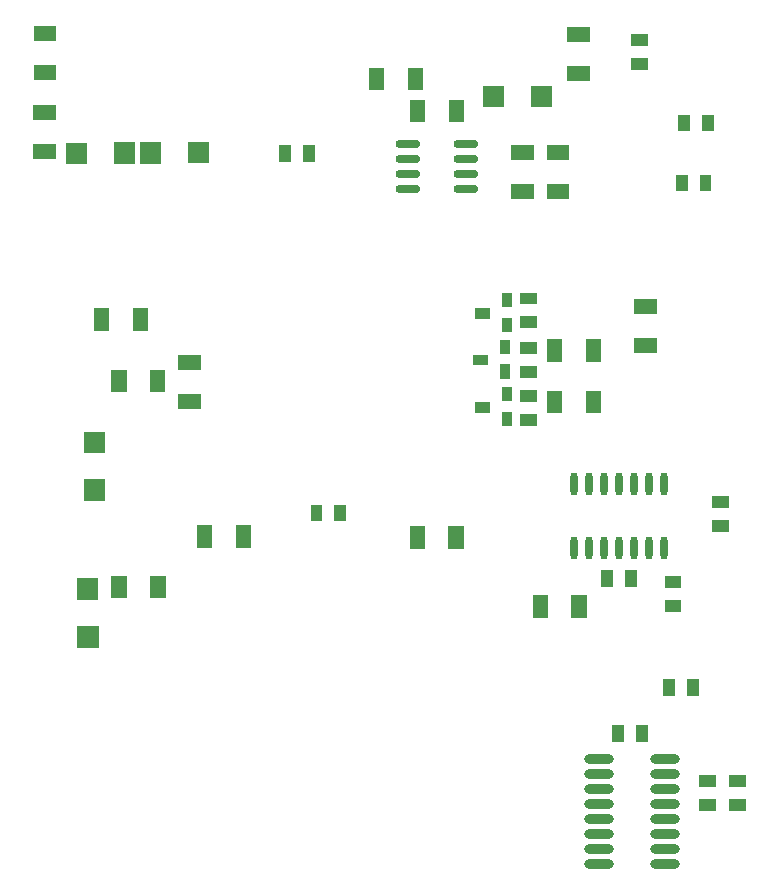
<source format=gbp>
G04 Layer: BottomPasteMaskLayer*
G04 EasyEDA Pro v1.8.39.fb3963, 2022-10-20 14:29:14*
G04 Gerber Generator version 0.3*
G04 Scale: 100 percent, Rotated: No, Reflected: No*
G04 Dimensions in millimeters*
G04 Leading zeros omitted, absolute positions, 4 integers and 2 decimals*
%FSLAX42Y42*%
%MOMM*%
%ADD10O,2.100001X0.700001*%
%ADD11O,2.5X0.800001*%
%ADD12O,0.594995X1.967509*%
G75*


G04 Pad Start*
G36*
G01X100413Y63833D02*
G01X100223Y63833D01*
G01Y63703D01*
G01X100413D01*
G01Y63833D01*
G37*
G36*
G01X100413Y64162D02*
G01X100223Y64162D01*
G01Y64032D01*
G01X100413D01*
G01Y64162D01*
G37*
G54D10*
G01X98874Y63168D03*
G01X98874Y63041D03*
G01X98874Y62914D03*
G01X98874Y62787D03*
G01X99363Y62787D03*
G01X99363Y62914D03*
G01X99363Y63041D03*
G01X99363Y63168D03*
G54D11*
G01X100491Y57075D03*
G01X100491Y57202D03*
G01X100491Y57329D03*
G01X100491Y57456D03*
G01X100491Y57583D03*
G01X100491Y57710D03*
G01X100491Y57837D03*
G01X100491Y57964D03*
G01X101053Y57964D03*
G01X101053Y57837D03*
G01X101053Y57710D03*
G01X101053Y57583D03*
G01X101053Y57456D03*
G01X101053Y57329D03*
G01X101053Y57202D03*
G01X101053Y57075D03*
G36*
G01X97121Y61056D02*
G01X96931Y61056D01*
G01Y60926D01*
G01X97121D01*
G01Y61056D01*
G37*
G36*
G01X97121Y61385D02*
G01X96931Y61385D01*
G01Y61255D01*
G01X97121D01*
G01Y61385D01*
G37*
G36*
G01X100981Y61532D02*
G01X100791Y61532D01*
G01Y61402D01*
G01X100981D01*
G01Y61532D01*
G37*
G36*
G01X100981Y61861D02*
G01X100791Y61861D01*
G01Y61731D01*
G01X100981D01*
G01Y61861D01*
G37*
G36*
G01X97415Y59942D02*
G01X97415Y59752D01*
G01X97545D01*
G01Y59942D01*
G01X97415D01*
G37*
G36*
G01X97086Y59942D02*
G01X97086Y59752D01*
G01X97216D01*
G01Y59942D01*
G01X97086D01*
G37*
G36*
G01X100904Y58251D02*
G01X100804Y58251D01*
G01Y58111D01*
G01X100904D01*
G01Y58251D01*
G37*
G36*
G01X100702Y58251D02*
G01X100602Y58251D01*
G01Y58111D01*
G01X100702D01*
G01Y58251D01*
G37*
G36*
G01X101334Y58640D02*
G01X101234Y58640D01*
G01Y58500D01*
G01X101334D01*
G01Y58640D01*
G37*
G36*
G01X101132Y58640D02*
G01X101032Y58640D01*
G01Y58500D01*
G01X101132D01*
G01Y58640D01*
G37*
G36*
G01X99674Y61114D02*
G01X99674Y60994D01*
G01X99759D01*
G01Y61114D01*
G01X99674D01*
G37*
G36*
G01X99674Y60904D02*
G01X99674Y60784D01*
G01X99759D01*
G01Y60904D01*
G01X99674D01*
G37*
G36*
G01X99442Y60985D02*
G01X99442Y60895D01*
G01X99572D01*
G01Y60985D01*
G01X99442D01*
G37*
G36*
G01X99656Y61516D02*
G01X99656Y61396D01*
G01X99741D01*
G01Y61516D01*
G01X99656D01*
G37*
G36*
G01X99656Y61306D02*
G01X99656Y61186D01*
G01X99741D01*
G01Y61306D01*
G01X99656D01*
G37*
G36*
G01X99425Y61387D02*
G01X99425Y61297D01*
G01X99555D01*
G01Y61387D01*
G01X99425D01*
G37*
G36*
G01X99670Y61909D02*
G01X99670Y61789D01*
G01X99755D01*
G01Y61909D01*
G01X99670D01*
G37*
G36*
G01X99670Y61699D02*
G01X99670Y61579D01*
G01X99755D01*
G01Y61699D01*
G01X99670D01*
G37*
G36*
G01X99438Y61780D02*
G01X99438Y61690D01*
G01X99568D01*
G01Y61780D01*
G01X99438D01*
G37*
G36*
G01X99826Y61087D02*
G01X99826Y60987D01*
G01X99966D01*
G01Y61087D01*
G01X99826D01*
G37*
G36*
G01X99826Y60885D02*
G01X99826Y60785D01*
G01X99966D01*
G01Y60885D01*
G01X99826D01*
G37*
G36*
G01X100241Y62833D02*
G01X100051Y62833D01*
G01Y62703D01*
G01X100241D01*
G01Y62833D01*
G37*
G36*
G01X100241Y63162D02*
G01X100051Y63162D01*
G01Y63032D01*
G01X100241D01*
G01Y63162D01*
G37*
G36*
G01X99940Y62833D02*
G01X99750Y62833D01*
G01Y62703D01*
G01X99940D01*
G01Y62833D01*
G37*
G36*
G01X99940Y63162D02*
G01X99750Y63162D01*
G01Y63032D01*
G01X99940D01*
G01Y63162D01*
G37*
G36*
G01X100381Y61517D02*
G01X100381Y61327D01*
G01X100511D01*
G01Y61517D01*
G01X100381D01*
G37*
G36*
G01X100052Y61517D02*
G01X100052Y61327D01*
G01X100182D01*
G01Y61517D01*
G01X100052D01*
G37*
G36*
G01X100381Y61080D02*
G01X100381Y60890D01*
G01X100511D01*
G01Y61080D01*
G01X100381D01*
G37*
G36*
G01X100052Y61080D02*
G01X100052Y60890D01*
G01X100182D01*
G01Y61080D01*
G01X100052D01*
G37*
G36*
G01X98085Y63159D02*
G01X97985Y63159D01*
G01Y63019D01*
G01X98085D01*
G01Y63159D01*
G37*
G36*
G01X97883Y63159D02*
G01X97783Y63159D01*
G01Y63019D01*
G01X97883D01*
G01Y63159D01*
G37*
G36*
G01X101443Y62913D02*
G01X101343Y62913D01*
G01Y62773D01*
G01X101443D01*
G01Y62913D01*
G37*
G36*
G01X101241Y62913D02*
G01X101141Y62913D01*
G01Y62773D01*
G01X101241D01*
G01Y62913D01*
G37*
G36*
G01X100766Y64102D02*
G01X100766Y64002D01*
G01X100906D01*
G01Y64102D01*
G01X100766D01*
G37*
G36*
G01X100766Y63900D02*
G01X100766Y63800D01*
G01X100906D01*
G01Y63900D01*
G01X100766D01*
G37*
G36*
G01X101462Y63421D02*
G01X101362Y63421D01*
G01Y63281D01*
G01X101462D01*
G01Y63421D01*
G37*
G36*
G01X101260Y63421D02*
G01X101160Y63421D01*
G01Y63281D01*
G01X101260D01*
G01Y63421D01*
G37*
G36*
G01X99823Y61914D02*
G01X99823Y61814D01*
G01X99963D01*
G01Y61914D01*
G01X99823D01*
G37*
G36*
G01X99823Y61712D02*
G01X99823Y61612D01*
G01X99963D01*
G01Y61712D01*
G01X99823D01*
G37*
G36*
G01X99823Y61492D02*
G01X99823Y61392D01*
G01X99963D01*
G01Y61492D01*
G01X99823D01*
G37*
G36*
G01X99823Y61290D02*
G01X99823Y61190D01*
G01X99963D01*
G01Y61290D01*
G01X99823D01*
G37*
G36*
G01X98351Y60117D02*
G01X98251Y60117D01*
G01Y59977D01*
G01X98351D01*
G01Y60117D01*
G37*
G36*
G01X98149Y60117D02*
G01X98049Y60117D01*
G01Y59977D01*
G01X98149D01*
G01Y60117D01*
G37*
G36*
G01X101341Y57827D02*
G01X101341Y57727D01*
G01X101481D01*
G01Y57827D01*
G01X101341D01*
G37*
G36*
G01X101341Y57625D02*
G01X101341Y57525D01*
G01X101481D01*
G01Y57625D01*
G01X101341D01*
G37*
G36*
G01X101595Y57827D02*
G01X101595Y57727D01*
G01X101735D01*
G01Y57827D01*
G01X101595D01*
G37*
G36*
G01X101595Y57625D02*
G01X101595Y57525D01*
G01X101735D01*
G01Y57625D01*
G01X101595D01*
G37*
G36*
G01X101450Y60188D02*
G01X101450Y60088D01*
G01X101590D01*
G01Y60188D01*
G01X101450D01*
G37*
G36*
G01X101450Y59986D02*
G01X101450Y59886D01*
G01X101590D01*
G01Y59986D01*
G01X101450D01*
G37*
G36*
G01X100511Y59422D02*
G01X100611Y59422D01*
G01Y59562D01*
G01X100511D01*
G01Y59422D01*
G37*
G36*
G01X100713Y59422D02*
G01X100813Y59422D01*
G01Y59562D01*
G01X100713D01*
G01Y59422D01*
G37*
G36*
G01X101047Y59510D02*
G01X101047Y59410D01*
G01X101187D01*
G01Y59510D01*
G01X101047D01*
G37*
G36*
G01X101047Y59309D02*
G01X101047Y59209D01*
G01X101187D01*
G01Y59309D01*
G01X101047D01*
G37*
G36*
G01X96310Y60332D02*
G01X96130Y60332D01*
G01Y60152D01*
G01X96310D01*
G01Y60332D01*
G37*
G36*
G01X96307Y60737D02*
G01X96127Y60737D01*
G01Y60557D01*
G01X96307D01*
G01Y60737D01*
G37*
G36*
G01X96072Y59313D02*
G01X96252Y59313D01*
G01Y59493D01*
G01X96072D01*
G01Y59313D01*
G37*
G36*
G01X96075Y58908D02*
G01X96255Y58908D01*
G01Y59088D01*
G01X96075D01*
G01Y58908D01*
G37*
G36*
G01X99691Y63482D02*
G01X99691Y63662D01*
G01X99511D01*
G01Y63482D01*
G01X99691D01*
G37*
G36*
G01X100096Y63485D02*
G01X100096Y63665D01*
G01X99916D01*
G01Y63485D01*
G01X100096D01*
G37*
G36*
G01X97011Y63188D02*
G01X97011Y63008D01*
G01X97191D01*
G01Y63188D01*
G01X97011D01*
G37*
G36*
G01X96607Y63186D02*
G01X96607Y63006D01*
G01X96787D01*
G01Y63186D01*
G01X96607D01*
G37*
G36*
G01X96384Y63186D02*
G01X96384Y63006D01*
G01X96564D01*
G01Y63186D01*
G01X96384D01*
G37*
G36*
G01X95979Y63183D02*
G01X95979Y63003D01*
G01X96159D01*
G01Y63183D01*
G01X95979D01*
G37*
G36*
G01X95894Y63843D02*
G01X95704Y63843D01*
G01Y63713D01*
G01X95894D01*
G01Y63843D01*
G37*
G36*
G01X95894Y64172D02*
G01X95704Y64172D01*
G01Y64042D01*
G01X95894D01*
G01Y64172D01*
G37*
G36*
G01X95892Y63172D02*
G01X95702Y63172D01*
G01Y63042D01*
G01X95892D01*
G01Y63172D01*
G37*
G36*
G01X95892Y63501D02*
G01X95702Y63501D01*
G01Y63371D01*
G01X95892D01*
G01Y63501D01*
G37*
G36*
G01X100258Y59350D02*
G01X100258Y59160D01*
G01X100388D01*
G01Y59350D01*
G01X100258D01*
G37*
G36*
G01X99929Y59350D02*
G01X99929Y59160D01*
G01X100059D01*
G01Y59350D01*
G01X99929D01*
G37*
G36*
G01X99217Y59934D02*
G01X99217Y59744D01*
G01X99347D01*
G01Y59934D01*
G01X99217D01*
G37*
G36*
G01X98888Y59934D02*
G01X98888Y59744D01*
G01X99018D01*
G01Y59934D01*
G01X98888D01*
G37*
G36*
G01X96692Y59517D02*
G01X96692Y59327D01*
G01X96822D01*
G01Y59517D01*
G01X96692D01*
G37*
G36*
G01X96363Y59517D02*
G01X96363Y59327D01*
G01X96493D01*
G01Y59517D01*
G01X96363D01*
G37*
G36*
G01X96690Y61261D02*
G01X96690Y61071D01*
G01X96820D01*
G01Y61261D01*
G01X96690D01*
G37*
G36*
G01X96361Y61261D02*
G01X96361Y61071D01*
G01X96491D01*
G01Y61261D01*
G01X96361D01*
G37*
G36*
G01X96545Y61780D02*
G01X96545Y61590D01*
G01X96675D01*
G01Y61780D01*
G01X96545D01*
G37*
G36*
G01X96216Y61780D02*
G01X96216Y61590D01*
G01X96346D01*
G01Y61780D01*
G01X96216D01*
G37*
G36*
G01X99221Y63547D02*
G01X99221Y63357D01*
G01X99351D01*
G01Y63547D01*
G01X99221D01*
G37*
G36*
G01X98892Y63547D02*
G01X98892Y63357D01*
G01X99022D01*
G01Y63547D01*
G01X98892D01*
G37*
G36*
G01X98872Y63819D02*
G01X98872Y63629D01*
G01X99002D01*
G01Y63819D01*
G01X98872D01*
G37*
G36*
G01X98543Y63819D02*
G01X98543Y63629D01*
G01X98673D01*
G01Y63819D01*
G01X98543D01*
G37*
G54D12*
G01X100279Y60294D03*
G01X100406Y60294D03*
G01X100533Y60294D03*
G01X100660Y60294D03*
G01X100787Y60294D03*
G01X100914Y60294D03*
G01X101041Y60294D03*
G01X100279Y59747D03*
G01X100406Y59747D03*
G01X100533Y59747D03*
G01X100660Y59747D03*
G01X100787Y59747D03*
G01X100914Y59747D03*
G01X101041Y59747D03*
G04 Pad End*

M02*

</source>
